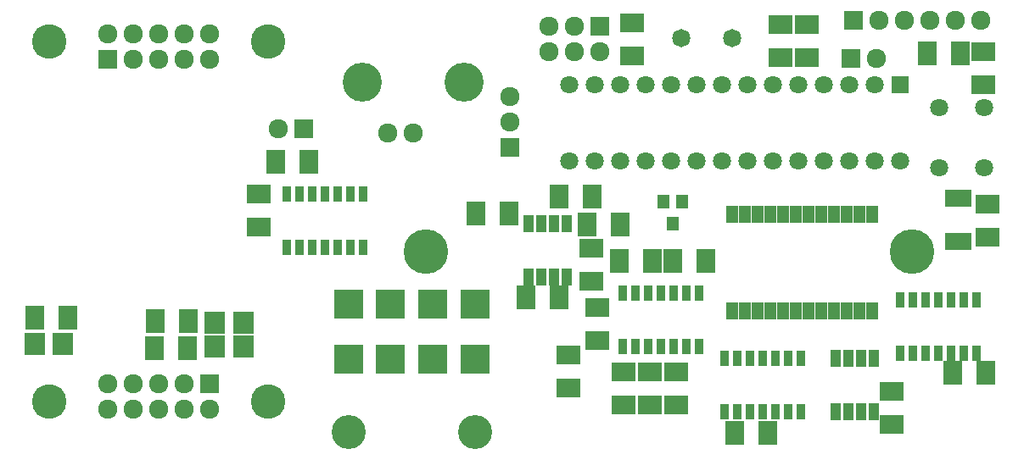
<source format=gts>
G04 (created by PCBNEW (2013-07-07 BZR 4022)-stable) date 27/05/2014 8:16:36 PM*
%MOIN*%
G04 Gerber Fmt 3.4, Leading zero omitted, Abs format*
%FSLAX34Y34*%
G01*
G70*
G90*
G04 APERTURE LIST*
%ADD10C,0.00590551*%
%ADD11C,0.135748*%
%ADD12R,0.075748X0.075748*%
%ADD13C,0.075748*%
%ADD14C,0.175748*%
%ADD15C,0.133858*%
%ADD16R,0.115748X0.115748*%
%ADD17R,0.039348X0.070848*%
%ADD18R,0.035748X0.060748*%
%ADD19R,0.095748X0.075748*%
%ADD20R,0.075748X0.095748*%
%ADD21C,0.153548*%
%ADD22C,0.070748*%
%ADD23R,0.070748X0.070748*%
%ADD24R,0.030748X0.065748*%
%ADD25R,0.078648X0.086648*%
%ADD26C,0.071748*%
%ADD27R,0.045748X0.065748*%
%ADD28R,0.047248X0.055148*%
G04 APERTURE END LIST*
G54D10*
G54D11*
X11600Y-25950D03*
X20200Y-25950D03*
G54D12*
X17900Y-25250D03*
G54D13*
X17900Y-26250D03*
X16900Y-25250D03*
X16900Y-26250D03*
X15900Y-25250D03*
X15900Y-26250D03*
X14900Y-25250D03*
X14900Y-26250D03*
X13900Y-25250D03*
X13900Y-26250D03*
G54D14*
X45525Y-20075D03*
X26400Y-20075D03*
G54D15*
X23370Y-27166D03*
G54D16*
X23370Y-22128D03*
X25024Y-22128D03*
X26676Y-22128D03*
X28330Y-22128D03*
X23370Y-24292D03*
X25024Y-24292D03*
X26676Y-24292D03*
X28330Y-24292D03*
G54D15*
X28330Y-27166D03*
G54D11*
X20200Y-11800D03*
X11600Y-11800D03*
G54D12*
X13900Y-12500D03*
G54D13*
X13900Y-11500D03*
X14900Y-12500D03*
X14900Y-11500D03*
X15900Y-12500D03*
X15900Y-11500D03*
X16900Y-12500D03*
X16900Y-11500D03*
X17900Y-12500D03*
X17900Y-11500D03*
G54D17*
X31950Y-21050D03*
X31950Y-18950D03*
X31450Y-21050D03*
X30950Y-21050D03*
X30450Y-21050D03*
X31450Y-18950D03*
X30950Y-18950D03*
X30450Y-18950D03*
G54D18*
X38150Y-26350D03*
X38650Y-26350D03*
X39150Y-26350D03*
X39650Y-26350D03*
X40150Y-26350D03*
X40650Y-26350D03*
X41150Y-26350D03*
X41150Y-24250D03*
X40650Y-24250D03*
X40150Y-24250D03*
X39650Y-24250D03*
X39150Y-24250D03*
X38650Y-24250D03*
X38150Y-24250D03*
G54D19*
X34510Y-12370D03*
X34510Y-11070D03*
G54D20*
X31650Y-17900D03*
X32950Y-17900D03*
G54D21*
X27900Y-13400D03*
X23900Y-13400D03*
G54D13*
X24900Y-15400D03*
X25900Y-15400D03*
G54D22*
X48346Y-16761D03*
X46574Y-16761D03*
X48346Y-14399D03*
X46574Y-14399D03*
G54D20*
X34050Y-19000D03*
X32750Y-19000D03*
G54D19*
X32915Y-21225D03*
X32915Y-19925D03*
G54D12*
X33230Y-11200D03*
G54D13*
X33230Y-12200D03*
X32230Y-11200D03*
X32230Y-12200D03*
X31230Y-11200D03*
X31230Y-12200D03*
G54D12*
X43220Y-10980D03*
G54D13*
X44220Y-10980D03*
X45220Y-10980D03*
X46220Y-10980D03*
X47220Y-10980D03*
X48220Y-10980D03*
G54D22*
X44040Y-13500D03*
X43040Y-13500D03*
X42040Y-13500D03*
X41040Y-13500D03*
X40040Y-13500D03*
X39040Y-13500D03*
X38040Y-13500D03*
X37040Y-13500D03*
X36040Y-13500D03*
X35040Y-13500D03*
X34040Y-13500D03*
X33040Y-13500D03*
X32040Y-13500D03*
G54D23*
X45040Y-13500D03*
G54D22*
X32040Y-16500D03*
X33040Y-16500D03*
X34040Y-16500D03*
X35040Y-16500D03*
X36040Y-16500D03*
X37040Y-16500D03*
X38040Y-16500D03*
X39040Y-16500D03*
X40040Y-16500D03*
X41040Y-16500D03*
X42040Y-16500D03*
X43040Y-16500D03*
X44040Y-16500D03*
X45040Y-16500D03*
G54D24*
X47714Y-17980D03*
X47458Y-17980D03*
X47202Y-17980D03*
X46946Y-17980D03*
X46946Y-19680D03*
X47202Y-19680D03*
X47458Y-19680D03*
X47714Y-19680D03*
G54D19*
X41390Y-11120D03*
X41390Y-12420D03*
G54D20*
X11050Y-22680D03*
X12350Y-22680D03*
G54D25*
X11031Y-23700D03*
X12149Y-23700D03*
G54D12*
X29725Y-15950D03*
G54D13*
X29725Y-14950D03*
X29725Y-13950D03*
G54D18*
X48040Y-21950D03*
X47540Y-21950D03*
X47040Y-21950D03*
X46540Y-21950D03*
X46040Y-21950D03*
X45540Y-21950D03*
X45040Y-21950D03*
X45040Y-24050D03*
X45540Y-24050D03*
X46040Y-24050D03*
X46540Y-24050D03*
X47040Y-24050D03*
X47540Y-24050D03*
X48040Y-24050D03*
X34140Y-23800D03*
X34640Y-23800D03*
X35140Y-23800D03*
X35640Y-23800D03*
X36140Y-23800D03*
X36640Y-23800D03*
X37140Y-23800D03*
X37140Y-21700D03*
X36640Y-21700D03*
X36140Y-21700D03*
X35640Y-21700D03*
X35140Y-21700D03*
X34640Y-21700D03*
X34140Y-21700D03*
G54D26*
X36430Y-11660D03*
X38430Y-11660D03*
G54D27*
X43930Y-18600D03*
X43430Y-18600D03*
X42930Y-18600D03*
X42430Y-18600D03*
X41930Y-18600D03*
X41430Y-18600D03*
X40930Y-18600D03*
X40430Y-18600D03*
X39930Y-18600D03*
X39430Y-18600D03*
X38930Y-18600D03*
X38430Y-18600D03*
X43930Y-22400D03*
X43430Y-22400D03*
X42930Y-22400D03*
X42430Y-22400D03*
X41930Y-22400D03*
X41430Y-22400D03*
X40930Y-22400D03*
X40430Y-22400D03*
X39930Y-22400D03*
X39430Y-22400D03*
X38930Y-22400D03*
X38430Y-22400D03*
G54D17*
X42520Y-24250D03*
X42520Y-26350D03*
X43020Y-24250D03*
X43520Y-24250D03*
X44020Y-24250D03*
X43020Y-26350D03*
X43520Y-26350D03*
X44020Y-26350D03*
G54D20*
X47420Y-12250D03*
X46120Y-12250D03*
G54D19*
X40360Y-12420D03*
X40360Y-11120D03*
X36260Y-26090D03*
X36260Y-24790D03*
X32020Y-25420D03*
X32020Y-24120D03*
X35220Y-26090D03*
X35220Y-24790D03*
X34180Y-26090D03*
X34180Y-24790D03*
G54D20*
X36120Y-20430D03*
X37420Y-20430D03*
X35300Y-20430D03*
X34000Y-20430D03*
G54D28*
X36110Y-18953D03*
X35735Y-18087D03*
X36485Y-18087D03*
G54D12*
X43110Y-12480D03*
G54D13*
X44110Y-12480D03*
G54D18*
X20940Y-19900D03*
X21440Y-19900D03*
X21940Y-19900D03*
X22440Y-19900D03*
X22940Y-19900D03*
X23440Y-19900D03*
X23940Y-19900D03*
X23940Y-17800D03*
X23440Y-17800D03*
X22940Y-17800D03*
X22440Y-17800D03*
X21940Y-17800D03*
X21440Y-17800D03*
X20940Y-17800D03*
G54D20*
X20515Y-16545D03*
X21815Y-16545D03*
X15770Y-22800D03*
X17070Y-22800D03*
X15760Y-23860D03*
X17060Y-23860D03*
G54D12*
X21620Y-15225D03*
G54D13*
X20620Y-15225D03*
G54D25*
X18121Y-22860D03*
X19239Y-22860D03*
X18116Y-23805D03*
X19234Y-23805D03*
G54D19*
X19830Y-19110D03*
X19830Y-17810D03*
X48328Y-12216D03*
X48328Y-13516D03*
X48488Y-19496D03*
X48488Y-18196D03*
G54D20*
X47115Y-24830D03*
X48415Y-24830D03*
X29675Y-18555D03*
X28375Y-18555D03*
X30360Y-21865D03*
X31660Y-21865D03*
X39835Y-27195D03*
X38535Y-27195D03*
G54D19*
X33145Y-23555D03*
X33145Y-22255D03*
X44710Y-26860D03*
X44710Y-25560D03*
M02*

</source>
